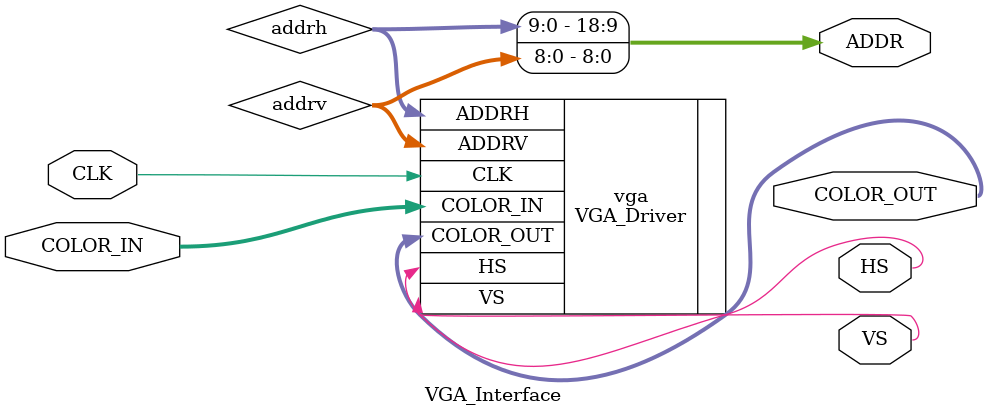
<source format=v>
`timescale 1ns / 1ps


module VGA_Interface(
    input CLK,
//    input [1:0] master_state,
    input [11:0] COLOR_IN,
    output [11:0] COLOR_OUT,
    output [18:0] ADDR,
    output HS,
    output VS
    );
    
    //Declaration of bus to allocate space in memory for colour, horizontal address and vertial address
    wire [9:0] addrh;
    wire [8:0] addrv;
    
    assign ADDR = {addrh[9:0], addrv[8:0]};
    
    //VGA Controller to select pixel colour on the screen according to the position
    VGA_Driver #() vga(
                        .CLK(CLK),
                        .COLOR_IN(COLOR_IN),
                        .COLOR_OUT(COLOR_OUT),
                        .HS(HS),
                        .VS(VS),
                        .ADDRV(addrv),
                        .ADDRH(addrh)
                    );
    
endmodule

</source>
